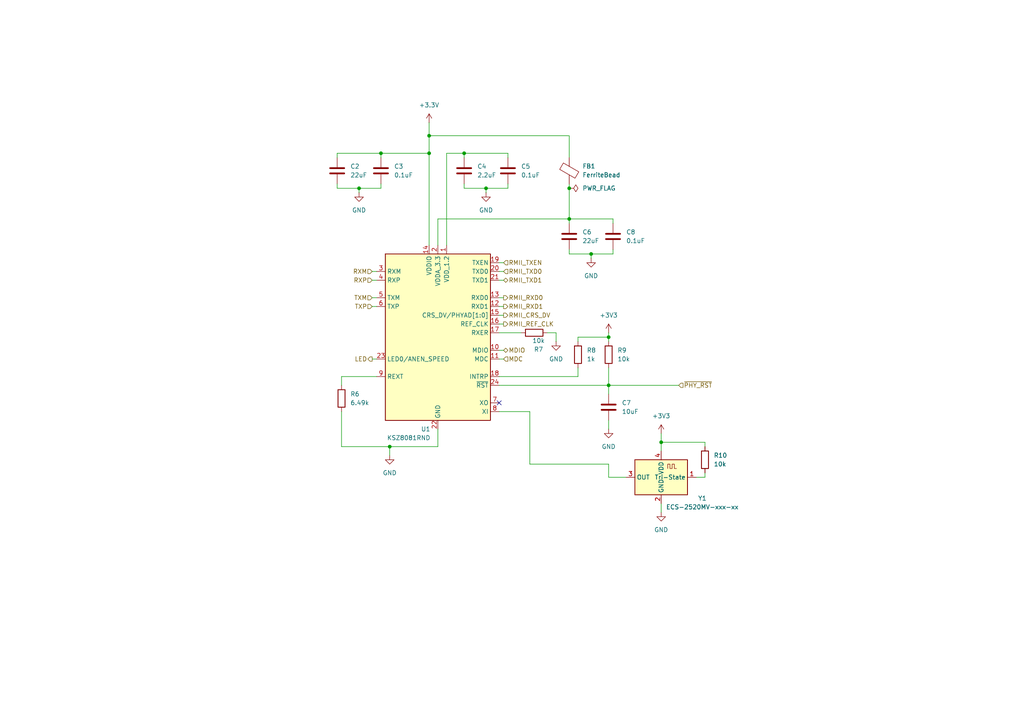
<source format=kicad_sch>
(kicad_sch (version 20250114) (generator "eeschema") (generator_version "9.0")
  (paper "A4")
  (title_block (title "iot-contact"))
  (lib_symbols
    (symbol "Device:C" (pin_numbers (hide yes)) (pin_names (offset 0.254))
      (property "Reference" "C" (at 0.635 2.54 0))
      (property "Value" "C" (at 0.635 -2.54 0))
      (symbol "C_0_1"
        (polyline (pts (xy -2.032 0.762) (xy 2.032 0.762)) (stroke (width 0.508)))
        (polyline (pts (xy -2.032 -0.762) (xy 2.032 -0.762)) (stroke (width 0.508)))
      )
      (symbol "C_1_1"
        (pin passive line (at 0 3.81 270) (length 2.794) (name "~") (number "1"))
        (pin passive line (at 0 -3.81 90) (length 2.794) (name "~") (number "2"))
      )
    )
    (symbol "Device:FerriteBead" (pin_numbers (hide yes)) (pin_names (offset 0))
      (property "Reference" "FB" (at -3.81 0.635 90))
      (property "Value" "FerriteBead" (at 3.81 0 90))
      (symbol "FerriteBead_0_1"
        (polyline (pts (xy -2.7686 0.4064) (xy -1.7018 2.2606) (xy 2.7686 -0.3048) (xy 1.6764 -2.159) (xy -2.7686 0.4064)))
        (polyline (pts (xy 0 1.27) (xy 0 1.2954)))
        (polyline (pts (xy 0 -1.27) (xy 0 -1.2192)))
      )
      (symbol "FerriteBead_1_1"
        (pin passive line (at 0 3.81 270) (length 2.54) (name "~") (number "1"))
        (pin passive line (at 0 -3.81 90) (length 2.54) (name "~") (number "2"))
      )
    )
    (symbol "Device:R" (pin_numbers (hide yes)) (pin_names (offset 0))
      (property "Reference" "R" (at 2.032 0 90))
      (property "Value" "R" (at 0 0 90))
      (symbol "R_0_1"
        (rectangle (start -1.016 -2.54) (end 1.016 2.54) (stroke (width 0.254)))
      )
      (symbol "R_1_1"
        (pin passive line (at 0 3.81 270) (length 1.27) (name "~") (number "1"))
        (pin passive line (at 0 -3.81 90) (length 1.27) (name "~") (number "2"))
      )
    )
    (symbol "Interface_Ethernet:KSZ8081RND"
      (property "Reference" "U" (at -15.24 26.035 0))
      (property "Value" "KSZ8081RND" (at 3.81 26.035 0))
      (symbol "KSZ8081RND_0_1"
        (rectangle (start -15.24 25.4) (end 15.24 -22.86) (stroke (width 0.254)) (fill (type background)))
      )
      (symbol "KSZ8081RND_1_1"
        (pin input line (at -17.78 22.86 0) (length 2.54) (name "TXEN") (number "19"))
        (pin input line (at -17.78 20.32 0) (length 2.54) (name "TXD0") (number "20"))
        (pin bidirectional line (at -17.78 17.78 0) (length 2.54) (name "TXD1") (number "21"))
        (pin output line (at -17.78 12.7 0) (length 2.54) (name "RXD0") (number "13"))
        (pin output line (at -17.78 10.16 0) (length 2.54) (name "RXD1") (number "12"))
        (pin output line (at -17.78 7.62 0) (length 2.54) (name "CRS_DV/PHYAD[1:0]") (number "15"))
        (pin output line (at -17.78 5.08 0) (length 2.54) (name "REF_CLK") (number "16"))
        (pin output line (at -17.78 2.54 0) (length 2.54) (name "RXER") (number "17"))
        (pin bidirectional line (at -17.78 -2.54 0) (length 2.54) (name "MDIO") (number "10"))
        (pin input line (at -17.78 -5.08 0) (length 2.54) (name "MDC") (number "11"))
        (pin bidirectional line (at -17.78 -10.16 0) (length 2.54) (name "INTRP") (number "18"))
        (pin input line (at -17.78 -12.7 0) (length 2.54) (name "~{RST}") (number "24"))
        (pin output line (at -17.78 -17.78 0) (length 2.54) (name "XO") (number "7"))
        (pin input line (at -17.78 -20.32 0) (length 2.54) (name "XI") (number "8"))
        (pin power_out line (at -2.54 27.94 270) (length 2.54) (name "VDD_1.2") (number "1"))
        (pin power_in line (at 0 27.94 270) (length 2.54) (name "VDDA_3.3") (number "2"))
        (pin power_in line (at 0 -25.4 90) (length 2.54) (name "GND") (number "22"))
        (pin passive line (at 0 -25.4 90) (length 2.54) (hide yes) (name "GND") (number "25"))
        (pin power_in line (at 2.54 27.94 270) (length 2.54) (name "VDDIO") (number "14"))
        (pin bidirectional line (at 17.78 20.32 180) (length 2.54) (name "RXM") (number "3"))
        (pin bidirectional line (at 17.78 17.78 180) (length 2.54) (name "RXP") (number "4"))
        (pin bidirectional line (at 17.78 12.7 180) (length 2.54) (name "TXM") (number "5"))
        (pin bidirectional line (at 17.78 10.16 180) (length 2.54) (name "TXP") (number "6"))
        (pin output line (at 17.78 -5.08 180) (length 2.54) (name "LED0/ANEN_SPEED") (number "23"))
        (pin passive line (at 17.78 -10.16 180) (length 2.54) (name "REXT") (number "9"))
      )
    )
    (symbol "Oscillator:ECS-2520MV-xxx-xx"
      (property "Reference" "Y" (at -5.08 6.35 0))
      (property "Value" "ECS-2520MV-xxx-xx" (at 1.27 -6.35 0))
      (symbol "ECS-2520MV-xxx-xx_0_1"
        (rectangle (start -7.62 5.08) (end 7.62 -5.08) (stroke (width 0.254)) (fill (type background)))
        (polyline (pts (xy -4.445 2.54) (xy -3.81 2.54) (xy -3.81 3.81) (xy -3.175 3.81) (xy -3.175 2.54) (xy -2.54 2.54) (xy -2.54 3.81) (xy -1.905 3.81) (xy -1.905 2.54)))
      )
      (symbol "ECS-2520MV-xxx-xx_1_1"
        (pin input line (at -10.16 0 0) (length 2.54) (name "Tri-State") (number "1"))
        (pin power_in line (at 0 7.62 270) (length 2.54) (name "VDD") (number "4"))
        (pin power_in line (at 0 -7.62 90) (length 2.54) (name "GND") (number "2"))
        (pin output line (at 10.16 0 180) (length 2.54) (name "OUT") (number "3"))
      )
    )
    (symbol "power:+3.3V" (power) (pin_numbers (hide yes)) (pin_names (offset 0) (hide yes))
      (property "Value" "+3.3V" (at 0 3.556 0))
      (symbol "+3.3V_0_1"
        (polyline (pts (xy -0.762 1.27) (xy 0 2.54)))
        (polyline (pts (xy 0 2.54) (xy 0.762 1.27)))
        (polyline (pts (xy 0 0) (xy 0 2.54)))
      )
      (symbol "+3.3V_1_1"
        (pin power_in line (at 0 0 90) (length 0) (name "~") (number "1"))
      )
    )
    (symbol "power:+3V3" (power) (pin_numbers (hide yes)) (pin_names (offset 0) (hide yes))
      (property "Value" "+3V3" (at 0 3.556 0))
      (symbol "+3V3_0_1"
        (polyline (pts (xy -0.762 1.27) (xy 0 2.54)))
        (polyline (pts (xy 0 2.54) (xy 0.762 1.27)))
        (polyline (pts (xy 0 0) (xy 0 2.54)))
      )
      (symbol "+3V3_1_1"
        (pin power_in line (at 0 0 90) (length 0) (name "~") (number "1"))
      )
    )
    (symbol "power:GND" (power) (pin_numbers (hide yes)) (pin_names (offset 0) (hide yes))
      (property "Value" "GND" (at 0 -3.81 0))
      (symbol "GND_0_1"
        (polyline (pts (xy 0 0) (xy 0 -1.27) (xy 1.27 -1.27) (xy 0 -2.54) (xy -1.27 -1.27) (xy 0 -1.27)))
      )
      (symbol "GND_1_1"
        (pin power_in line (at 0 0 270) (length 0) (name "~") (number "1"))
      )
    )
    (symbol "power:PWR_FLAG" (power) (pin_numbers (hide yes)) (pin_names (offset 0) (hide yes))
      (property "Value" "PWR_FLAG" (at 0 3.81 0))
      (symbol "PWR_FLAG_0_0"
        (pin power_out line (at 0 0 90) (length 0) (name "~") (number "1"))
      )
      (symbol "PWR_FLAG_0_1"
        (polyline (pts (xy 0 0) (xy 0 1.27) (xy -1.016 1.905) (xy 0 2.54) (xy 1.016 1.905) (xy 0 1.27)))
      )
    )
  )
  (junction (at 165.1 63.5))
  (junction (at 104.14 54.61))
  (junction (at 110.49 44.45))
  (junction (at 165.1 54.61))
  (junction (at 134.62 44.45))
  (junction (at 171.45 73.66))
  (junction (at 176.53 97.79))
  (junction (at 124.46 44.45))
  (junction (at 176.53 111.76))
  (junction (at 124.46 39.37))
  (junction (at 140.97 54.61))
  (junction (at 113.03 129.54))
  (junction (at 191.77 128.27))
  (no_connect (at 144.78 116.84))
  (wire (pts (xy 127 129.54) (xy 127 124.46)))
  (wire (pts (xy 107.95 81.28) (xy 109.22 81.28)))
  (wire (pts (xy 104.14 54.61) (xy 104.14 55.88)))
  (wire (pts (xy 201.93 138.43) (xy 204.47 138.43)))
  (wire (pts (xy 134.62 44.45) (xy 134.62 45.72)))
  (wire (pts (xy 167.64 99.06) (xy 167.64 97.79)))
  (wire (pts (xy 144.78 76.2) (xy 146.05 76.2)))
  (wire (pts (xy 204.47 128.27) (xy 191.77 128.27)))
  (wire (pts (xy 144.78 101.6) (xy 146.05 101.6)))
  (wire (pts (xy 99.06 119.38) (xy 99.06 129.54)))
  (wire (pts (xy 144.78 81.28) (xy 146.05 81.28)))
  (wire (pts (xy 176.53 106.68) (xy 176.53 111.76)))
  (wire (pts (xy 177.8 63.5) (xy 177.8 64.77)))
  (wire (pts (xy 124.46 44.45) (xy 124.46 71.12)))
  (wire (pts (xy 191.77 125.73) (xy 191.77 128.27)))
  (wire (pts (xy 176.53 134.62) (xy 153.67 134.62)))
  (wire (pts (xy 144.78 88.9) (xy 146.05 88.9)))
  (wire (pts (xy 181.61 138.43) (xy 176.53 138.43)))
  (wire (pts (xy 204.47 128.27) (xy 204.47 129.54)))
  (wire (pts (xy 110.49 53.34) (xy 110.49 54.61)))
  (wire (pts (xy 97.79 53.34) (xy 97.79 54.61)))
  (wire (pts (xy 165.1 39.37) (xy 124.46 39.37)))
  (wire (pts (xy 99.06 109.22) (xy 109.22 109.22)))
  (wire (pts (xy 134.62 53.34) (xy 134.62 54.61)))
  (wire (pts (xy 176.53 111.76) (xy 176.53 114.3)))
  (wire (pts (xy 144.78 78.74) (xy 146.05 78.74)))
  (wire (pts (xy 127 63.5) (xy 165.1 63.5)))
  (wire (pts (xy 107.95 88.9) (xy 109.22 88.9)))
  (wire (pts (xy 97.79 54.61) (xy 104.14 54.61)))
  (wire (pts (xy 165.1 63.5) (xy 177.8 63.5)))
  (wire (pts (xy 97.79 44.45) (xy 110.49 44.45)))
  (wire (pts (xy 171.45 73.66) (xy 171.45 74.93)))
  (wire (pts (xy 129.54 71.12) (xy 129.54 44.45)))
  (wire (pts (xy 124.46 35.56) (xy 124.46 39.37)))
  (wire (pts (xy 191.77 146.05) (xy 191.77 148.59)))
  (wire (pts (xy 144.78 111.76) (xy 176.53 111.76)))
  (wire (pts (xy 165.1 54.61) (xy 165.1 63.5)))
  (wire (pts (xy 165.1 45.72) (xy 165.1 39.37)))
  (wire (pts (xy 144.78 96.52) (xy 151.13 96.52)))
  (wire (pts (xy 147.32 53.34) (xy 147.32 54.61)))
  (wire (pts (xy 176.53 111.76) (xy 196.85 111.76)))
  (wire (pts (xy 165.1 64.77) (xy 165.1 63.5)))
  (wire (pts (xy 144.78 86.36) (xy 146.05 86.36)))
  (wire (pts (xy 134.62 44.45) (xy 147.32 44.45)))
  (wire (pts (xy 158.75 96.52) (xy 161.29 96.52)))
  (wire (pts (xy 144.78 91.44) (xy 146.05 91.44)))
  (wire (pts (xy 165.1 72.39) (xy 165.1 73.66)))
  (wire (pts (xy 110.49 54.61) (xy 104.14 54.61)))
  (wire (pts (xy 144.78 104.14) (xy 146.05 104.14)))
  (wire (pts (xy 153.67 134.62) (xy 153.67 119.38)))
  (wire (pts (xy 99.06 111.76) (xy 99.06 109.22)))
  (wire (pts (xy 165.1 53.34) (xy 165.1 54.61)))
  (wire (pts (xy 113.03 129.54) (xy 113.03 132.08)))
  (wire (pts (xy 134.62 54.61) (xy 140.97 54.61)))
  (wire (pts (xy 124.46 39.37) (xy 124.46 44.45)))
  (wire (pts (xy 153.67 119.38) (xy 144.78 119.38)))
  (wire (pts (xy 191.77 128.27) (xy 191.77 130.81)))
  (wire (pts (xy 176.53 121.92) (xy 176.53 124.46)))
  (wire (pts (xy 167.64 109.22) (xy 167.64 106.68)))
  (wire (pts (xy 176.53 138.43) (xy 176.53 134.62)))
  (wire (pts (xy 161.29 96.52) (xy 161.29 99.06)))
  (wire (pts (xy 129.54 44.45) (xy 134.62 44.45)))
  (wire (pts (xy 127 71.12) (xy 127 63.5)))
  (wire (pts (xy 147.32 44.45) (xy 147.32 45.72)))
  (wire (pts (xy 177.8 73.66) (xy 171.45 73.66)))
  (wire (pts (xy 110.49 44.45) (xy 124.46 44.45)))
  (wire (pts (xy 140.97 54.61) (xy 140.97 55.88)))
  (wire (pts (xy 110.49 44.45) (xy 110.49 45.72)))
  (wire (pts (xy 176.53 96.52) (xy 176.53 97.79)))
  (wire (pts (xy 113.03 129.54) (xy 127 129.54)))
  (wire (pts (xy 167.64 97.79) (xy 176.53 97.79)))
  (wire (pts (xy 97.79 45.72) (xy 97.79 44.45)))
  (wire (pts (xy 107.95 78.74) (xy 109.22 78.74)))
  (wire (pts (xy 204.47 138.43) (xy 204.47 137.16)))
  (wire (pts (xy 177.8 72.39) (xy 177.8 73.66)))
  (wire (pts (xy 107.95 104.14) (xy 109.22 104.14)))
  (wire (pts (xy 99.06 129.54) (xy 113.03 129.54)))
  (wire (pts (xy 147.32 54.61) (xy 140.97 54.61)))
  (wire (pts (xy 107.95 86.36) (xy 109.22 86.36)))
  (wire (pts (xy 144.78 109.22) (xy 167.64 109.22)))
  (wire (pts (xy 144.78 93.98) (xy 146.05 93.98)))
  (wire (pts (xy 176.53 97.79) (xy 176.53 99.06)))
  (wire (pts (xy 165.1 73.66) (xy 171.45 73.66)))
  (hierarchical_label "RMII_REF_CLK" (shape output) (at 146.05 93.98 0))
  (hierarchical_label "~{PHY_RST}" (shape input) (at 196.85 111.76 0))
  (hierarchical_label "RMII_TXEN" (shape input) (at 146.05 76.2 0))
  (hierarchical_label "MDC" (shape input) (at 146.05 104.14 0))
  (hierarchical_label "RMII_TXD0" (shape input) (at 146.05 78.74 0))
  (hierarchical_label "TXP" (shape input) (at 107.95 88.9 180))
  (hierarchical_label "MDIO" (shape bidirectional) (at 146.05 101.6 0))
  (hierarchical_label "RMII_TXD1" (shape bidirectional) (at 146.05 81.28 0))
  (hierarchical_label "RXP" (shape input) (at 107.95 81.28 180))
  (hierarchical_label "TXM" (shape input) (at 107.95 86.36 180))
  (hierarchical_label "RMII_CRS_DV" (shape output) (at 146.05 91.44 0))
  (hierarchical_label "RMII_RXD1" (shape output) (at 146.05 88.9 0))
  (hierarchical_label "RMII_RXD0" (shape output) (at 146.05 86.36 0))
  (hierarchical_label "RXM" (shape input) (at 107.95 78.74 180))
  (hierarchical_label "LED" (shape output) (at 107.95 104.14 180))
  (symbol (lib_id "Device:C") (at 177.8 68.58 0) (unit 1)
    (property "Reference" "C8" (at 181.61 67.3099 0) (effects (justify left)))
    (property "Value" "0.1uF" (at 181.61 69.8499 0) (effects (justify left)))
    (property "Description" "Unpolarized capacitor" (effects (hide yes)))
  )
  (symbol (lib_id "Oscillator:ECS-2520MV-xxx-xx") (at 191.77 138.43 0) (mirror y) (unit 1)
    (property "Reference" "Y1" (at 203.708 144.526 0))
    (property "Value" "ECS-2520MV-xxx-xx" (at 203.708 147.066 0))
    (property "Footprint" "Oscillator:Oscillator_SMD_ECS_2520MV-xxx-xx-4Pin_2.5x2.0mm" (effects (hide yes)))
    (property "Datasheet" "https://www.ecsxtal.com/store/pdf/ECS-2520MV.pdf" (effects (hide yes)))
    (property "Description" "HCMOS Crystal Clock Oscillator, 2.5x2.0 mm SMD" (effects (hide yes)))
    (property "MPN" "ECS-2520MV-500-BN-TR" (effects (hide yes)))
    (property "Manufacturer" "ECS Inc." (effects (hide yes)))
  )
  (symbol (lib_id "Device:C") (at 134.62 49.53 0) (unit 1)
    (property "Reference" "C4" (at 138.43 48.2599 0) (effects (justify left)))
    (property "Value" "2.2uF" (at 138.43 50.7999 0) (effects (justify left)))
    (property "Description" "Unpolarized capacitor" (effects (hide yes)))
  )
  (symbol (lib_id "Device:R") (at 167.64 102.87 0) (unit 1)
    (property "Reference" "R8" (at 170.18 101.5999 0) (effects (justify left)))
    (property "Value" "1k" (at 170.18 104.1399 0) (effects (justify left)))
    (property "Description" "Resistor" (effects (hide yes)))
  )
  (symbol (lib_id "power:GND") (at 140.97 55.88 0) (unit 1)
    (property "Reference" "#PWR015" (effects (hide yes)))
    (property "Value" "GND" (at 140.97 60.96 0))
    (property "Description" "Power symbol creates a global label with name \"GND\" , ground" (effects (hide yes)))
  )
  (symbol (lib_id "power:GND") (at 113.03 132.08 0) (unit 1)
    (property "Reference" "#PWR013" (effects (hide yes)))
    (property "Value" "GND" (at 113.03 137.16 0))
    (property "Description" "Power symbol creates a global label with name \"GND\" , ground" (effects (hide yes)))
  )
  (symbol (lib_id "power:+3V3") (at 176.53 96.52 0) (unit 1)
    (property "Reference" "#PWR018" (effects (hide yes)))
    (property "Value" "+3V3" (at 176.53 91.44 0))
    (property "Description" "Power symbol creates a global label with name \"+3V3\"" (effects (hide yes)))
  )
  (symbol (lib_id "Device:R") (at 204.47 133.35 0) (unit 1)
    (property "Reference" "R10" (at 207.01 132.0799 0) (effects (justify left)))
    (property "Value" "10k" (at 207.01 134.6199 0) (effects (justify left)))
    (property "Description" "Resistor" (effects (hide yes)))
  )
  (symbol (lib_id "Device:C") (at 176.53 118.11 0) (unit 1)
    (property "Reference" "C7" (at 180.34 116.8399 0) (effects (justify left)))
    (property "Value" "10uF" (at 180.34 119.3799 0) (effects (justify left)))
    (property "Description" "Unpolarized capacitor" (effects (hide yes)))
  )
  (symbol (lib_id "Device:R") (at 99.06 115.57 0) (unit 1)
    (property "Reference" "R6" (at 101.6 114.2999 0) (effects (justify left)))
    (property "Value" "6.49k" (at 101.6 116.8399 0) (effects (justify left)))
    (property "Description" "Resistor" (effects (hide yes)))
  )
  (symbol (lib_id "Device:FerriteBead") (at 165.1 49.53 0) (unit 1)
    (property "Reference" "FB1" (at 168.91 48.2091 0) (effects (justify left)))
    (property "Value" "FerriteBead" (at 168.91 50.7491 0) (effects (justify left)))
    (property "Description" "Ferrite bead" (effects (hide yes)))
  )
  (symbol (lib_id "Interface_Ethernet:KSZ8081RND") (at 127 99.06 0) (mirror y) (unit 1)
    (property "Reference" "U1" (at 124.8567 124.46 0) (effects (justify left)))
    (property "Value" "KSZ8081RND" (at 124.8567 127 0) (effects (justify left)))
    (property "Footprint" "Package_DFN_QFN:QFN-24-1EP_4x4mm_P0.5mm_EP2.6x2.6mm" (effects (hide yes)))
    (property "Datasheet" "http://ww1.microchip.com/downloads/en/DeviceDoc/00002199A.pdf" (effects (hide yes)))
    (property "Description" "10BASE-T/100BASE-TX PHY with RMII Support, 50 MHz input clock, QFN-24" (effects (hide yes)))
  )
  (symbol (lib_id "power:GND") (at 171.45 74.93 0) (unit 1)
    (property "Reference" "#PWR017" (effects (hide yes)))
    (property "Value" "GND" (at 171.45 80.01 0))
    (property "Description" "Power symbol creates a global label with name \"GND\" , ground" (effects (hide yes)))
  )
  (symbol (lib_id "Device:C") (at 165.1 68.58 0) (unit 1)
    (property "Reference" "C6" (at 168.91 67.3099 0) (effects (justify left)))
    (property "Value" "22uF" (at 168.91 69.8499 0) (effects (justify left)))
    (property "Description" "Unpolarized capacitor" (effects (hide yes)))
  )
  (symbol (lib_id "Device:R") (at 154.94 96.52 270) (mirror x) (unit 1)
    (property "Reference" "R7" (at 156.21 101.346 90))
    (property "Value" "10k" (at 156.21 98.806 90))
    (property "Description" "Resistor" (effects (hide yes)))
  )
  (symbol (lib_id "power:GND") (at 176.53 124.46 0) (unit 1)
    (property "Reference" "#PWR019" (effects (hide yes)))
    (property "Value" "GND" (at 176.53 129.54 0))
    (property "Description" "Power symbol creates a global label with name \"GND\" , ground" (effects (hide yes)))
  )
  (symbol (lib_id "power:GND") (at 161.29 99.06 0) (unit 1)
    (property "Reference" "#PWR016" (effects (hide yes)))
    (property "Value" "GND" (at 161.29 104.14 0))
    (property "Description" "Power symbol creates a global label with name \"GND\" , ground" (effects (hide yes)))
  )
  (symbol (lib_id "power:+3.3V") (at 124.46 35.56 0) (unit 1)
    (property "Reference" "#PWR014" (effects (hide yes)))
    (property "Value" "+3.3V" (at 124.46 30.48 0))
    (property "Description" "Power symbol creates a global label with name \"+3.3V\"" (effects (hide yes)))
  )
  (symbol (lib_id "Device:R") (at 176.53 102.87 0) (unit 1)
    (property "Reference" "R9" (at 179.07 101.5999 0) (effects (justify left)))
    (property "Value" "10k" (at 179.07 104.1399 0) (effects (justify left)))
    (property "Description" "Resistor" (effects (hide yes)))
  )
  (symbol (lib_id "Device:C") (at 110.49 49.53 0) (unit 1)
    (property "Reference" "C3" (at 114.3 48.2599 0) (effects (justify left)))
    (property "Value" "0.1uF" (at 114.3 50.7999 0) (effects (justify left)))
    (property "Description" "Unpolarized capacitor" (effects (hide yes)))
  )
  (symbol (lib_id "Device:C") (at 97.79 49.53 0) (unit 1)
    (property "Reference" "C2" (at 101.6 48.2599 0) (effects (justify left)))
    (property "Value" "22uF" (at 101.6 50.7999 0) (effects (justify left)))
    (property "Description" "Unpolarized capacitor" (effects (hide yes)))
  )
  (symbol (lib_id "power:PWR_FLAG") (at 165.1 54.61 270) (unit 1)
    (property "Reference" "#FLG02" (effects (hide yes)))
    (property "Value" "PWR_FLAG" (at 168.91 54.6099 90) (effects (justify left)))
    (property "Description" "Special symbol for telling ERC where power comes from" (effects (hide yes)))
  )
  (symbol (lib_id "power:GND") (at 104.14 55.88 0) (unit 1)
    (property "Reference" "#PWR012" (effects (hide yes)))
    (property "Value" "GND" (at 104.14 60.96 0))
    (property "Description" "Power symbol creates a global label with name \"GND\" , ground" (effects (hide yes)))
  )
  (symbol (lib_id "Device:C") (at 147.32 49.53 0) (unit 1)
    (property "Reference" "C5" (at 151.13 48.2599 0) (effects (justify left)))
    (property "Value" "0.1uF" (at 151.13 50.7999 0) (effects (justify left)))
    (property "Description" "Unpolarized capacitor" (effects (hide yes)))
  )
  (symbol (lib_id "power:+3V3") (at 191.77 125.73 0) (unit 1)
    (property "Reference" "#PWR020" (effects (hide yes)))
    (property "Value" "+3V3" (at 191.77 120.65 0))
    (property "Description" "Power symbol creates a global label with name \"+3V3\"" (effects (hide yes)))
  )
  (symbol (lib_id "power:GND") (at 191.77 148.59 0) (unit 1)
    (property "Reference" "#PWR021" (effects (hide yes)))
    (property "Value" "GND" (at 191.77 153.67 0))
    (property "Description" "Power symbol creates a global label with name \"GND\" , ground" (effects (hide yes)))
  )
)
</source>
